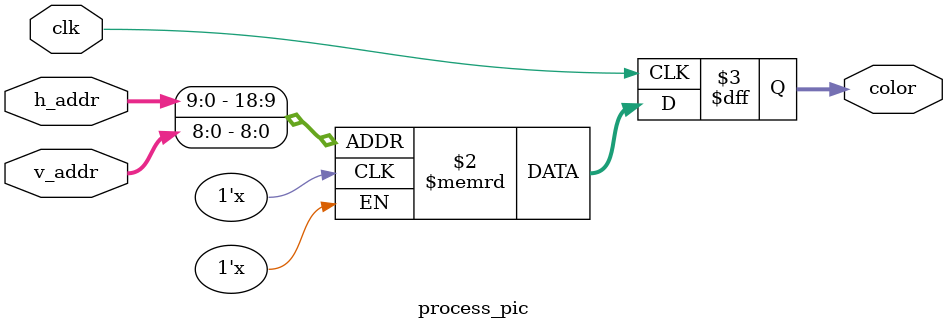
<source format=v>
module process_pic(h_addr,v_addr,clk,color);

input [9:0] h_addr;
input [9:0] v_addr;
input clk;
output reg [11:0] color;
reg [18:0] addr;
(*ram_init_file="my_picture.mif"*) reg [11:0]vga[327679:0];

always @(posedge clk)
	begin
		addr={h_addr,v_addr[8:0]};
		color=vga[addr];
	end
	
endmodule

</source>
